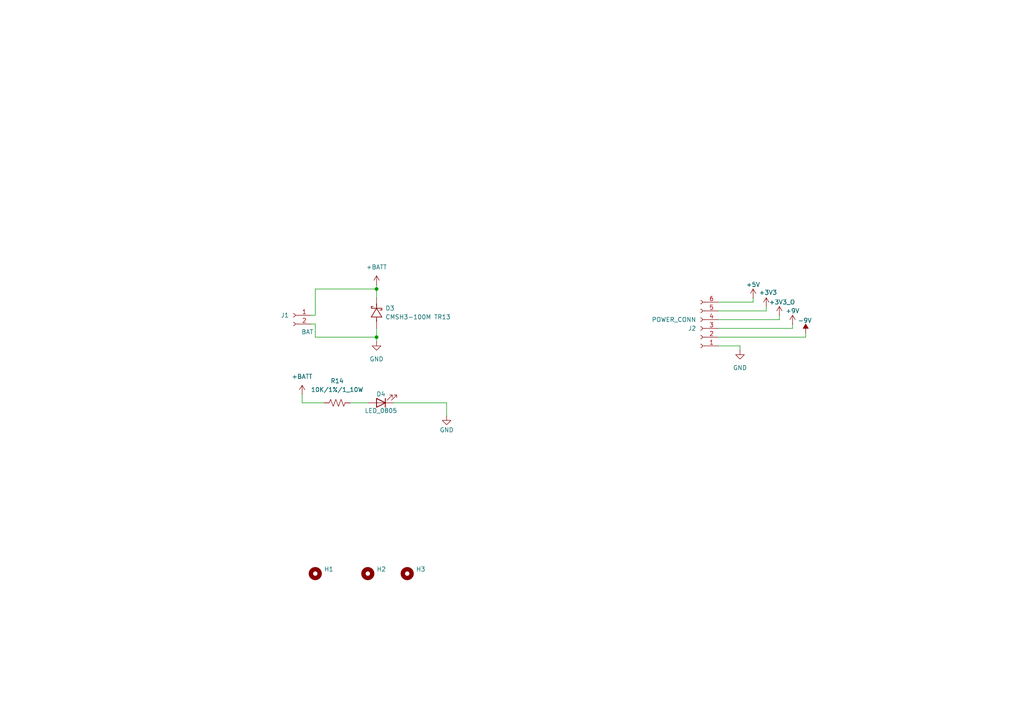
<source format=kicad_sch>
(kicad_sch (version 20231120) (generator "eeschema") (generator_version "8.0")
  (paper "A4")
  (title_block (title "CONNECTOR") (date "2024-10-04"))
  (lib_symbols
    (symbol "Connector:Conn_01x02_Socket" (pin_names (offset 1.016) hide)
      (property "Reference" "J" (at 0 2.54 0))
      (property "Value" "Conn_01x02_Socket" (at 0 -5.08 0))
      (symbol "Conn_01x02_Socket_1_1"
        (arc (start 0 -2.032) (mid -0.5058 -2.54) (end 0 -3.048) (stroke (width 0.1524)))
        (polyline (pts (xy -1.27 -2.54) (xy -0.508 -2.54)) (stroke (width 0.1524)))
        (polyline (pts (xy -1.27 0) (xy -0.508 0)) (stroke (width 0.1524)))
        (arc (start 0 0.508) (mid -0.5058 0) (end 0 -0.508) (stroke (width 0.1524)))
        (pin passive line (at -5.08 0 0) (length 3.81) (name "Pin_1") (number "1"))
        (pin passive line (at -5.08 -2.54 0) (length 3.81) (name "Pin_2") (number "2"))
      )
    )
    (symbol "Connector:Conn_01x06_Socket" (pin_names (offset 1.016) hide)
      (property "Reference" "J" (at 0 7.62 0))
      (property "Value" "Conn_01x06_Socket" (at 0 -10.16 0))
      (symbol "Conn_01x06_Socket_1_1"
        (arc (start 0 -7.112) (mid -0.5058 -7.62) (end 0 -8.128) (stroke (width 0.1524)))
        (arc (start 0 -4.572) (mid -0.5058 -5.08) (end 0 -5.588) (stroke (width 0.1524)))
        (arc (start 0 -2.032) (mid -0.5058 -2.54) (end 0 -3.048) (stroke (width 0.1524)))
        (polyline (pts (xy -1.27 -7.62) (xy -0.508 -7.62)) (stroke (width 0.1524)))
        (polyline (pts (xy -1.27 -5.08) (xy -0.508 -5.08)) (stroke (width 0.1524)))
        (polyline (pts (xy -1.27 -2.54) (xy -0.508 -2.54)) (stroke (width 0.1524)))
        (polyline (pts (xy -1.27 0) (xy -0.508 0)) (stroke (width 0.1524)))
        (polyline (pts (xy -1.27 2.54) (xy -0.508 2.54)) (stroke (width 0.1524)))
        (polyline (pts (xy -1.27 5.08) (xy -0.508 5.08)) (stroke (width 0.1524)))
        (arc (start 0 0.508) (mid -0.5058 0) (end 0 -0.508) (stroke (width 0.1524)))
        (arc (start 0 3.048) (mid -0.5058 2.54) (end 0 2.032) (stroke (width 0.1524)))
        (arc (start 0 5.588) (mid -0.5058 5.08) (end 0 4.572) (stroke (width 0.1524)))
        (pin passive line (at -5.08 5.08 0) (length 3.81) (name "Pin_1") (number "1"))
        (pin passive line (at -5.08 2.54 0) (length 3.81) (name "Pin_2") (number "2"))
        (pin passive line (at -5.08 0 0) (length 3.81) (name "Pin_3") (number "3"))
        (pin passive line (at -5.08 -2.54 0) (length 3.81) (name "Pin_4") (number "4"))
        (pin passive line (at -5.08 -5.08 0) (length 3.81) (name "Pin_5") (number "5"))
        (pin passive line (at -5.08 -7.62 0) (length 3.81) (name "Pin_6") (number "6"))
      )
    )
    (symbol "Mechanical:MountingHole" (pin_names (offset 1.016)) (exclude_from_sim yes) (in_bom no)
      (property "Reference" "H" (at 0 5.08 0))
      (property "Value" "MountingHole" (at 0 3.175 0))
      (symbol "MountingHole_0_1"
        (circle (center 0 0) (radius 1.27) (stroke (width 1.27)))
      )
    )
    (symbol "charge_battery_sym_lib:CMSH3-100M TR13" (pin_numbers hide) (pin_names hide)
      (property "Reference" "D" (at -1.016 2.286 0))
      (property "Value" "CMSH3-100M TR13" (at 2.54 -2.794 0))
      (symbol "CMSH3-100M TR13_0_1"
        (polyline (pts (xy -0.508 0) (xy 0.635 0)) (stroke (width 0.2032)))
        (polyline (pts (xy 0.762 -1.524) (xy 3.302 0)) (stroke (width 0.2032)))
        (polyline (pts (xy 0.762 1.524) (xy 0.762 -1.524)) (stroke (width 0.2032)))
        (polyline (pts (xy 2.794 -1.016) (xy 2.794 -1.524)) (stroke (width 0.2032)))
        (polyline (pts (xy 3.302 -1.524) (xy 2.794 -1.524)) (stroke (width 0.2032)))
        (polyline (pts (xy 3.302 -1.524) (xy 3.302 1.524)) (stroke (width 0.2032)))
        (polyline (pts (xy 3.302 0) (xy 0.762 1.524)) (stroke (width 0.2032)))
        (polyline (pts (xy 3.302 0) (xy 4.572 0)) (stroke (width 0.2032)))
        (polyline (pts (xy 3.302 1.524) (xy 3.81 1.524)) (stroke (width 0.2032)))
        (polyline (pts (xy 3.81 1.016) (xy 3.81 1.524)) (stroke (width 0.2032)))
      )
      (symbol "CMSH3-100M TR13_1_1"
        (pin unspecified line (at -2.54 0 0) (length 2.54) (name "A") (number "1"))
        (pin unspecified line (at 6.35 0 180) (length 2.54) (name "K") (number "2"))
      )
    )
    (symbol "charge_battery_sym_lib:LED_0805" (pin_numbers hide) (pin_names (offset 1.016) hide)
      (property "Reference" "D" (at 0 2.54 0))
      (property "Value" "LED_0805" (at 0 -4.064 0))
      (symbol "LED_0805_0_1"
        (polyline (pts (xy -1.27 -1.27) (xy -1.27 1.27)) (stroke (width 0.254)))
        (polyline (pts (xy -1.27 0) (xy 1.27 0)))
        (polyline (pts (xy 1.27 -1.27) (xy 1.27 1.27) (xy -1.27 0) (xy 1.27 -1.27)) (stroke (width 0.254)))
        (polyline (pts (xy -3.048 -0.762) (xy -4.572 -2.286) (xy -3.81 -2.286) (xy -4.572 -2.286) (xy -4.572 -1.524)))
        (polyline (pts (xy -1.778 -0.762) (xy -3.302 -2.286) (xy -2.54 -2.286) (xy -3.302 -2.286) (xy -3.302 -1.524)))
      )
      (symbol "LED_0805_1_1"
        (pin passive line (at -3.81 0 0) (length 2.54) (name "K") (number "1"))
        (pin passive line (at 3.81 0 180) (length 2.54) (name "A") (number "2"))
      )
    )
    (symbol "charge_battery_sym_lib:Res_10K_0603_1%" (pin_numbers hide) (pin_names hide)
      (property "Reference" "R" (at 2.794 3.81 0))
      (property "Value" "10K/1%/1_10W" (at 4.064 -2.54 0))
      (symbol "Res_10K_0603_1%_0_1"
        (polyline (pts (xy 1.524 0) (xy 1.27 0)))
        (polyline (pts (xy 6.096 0) (xy 6.35 0)))
        (polyline (pts (xy 1.524 0) (xy 1.905 1.016) (xy 2.286 0) (xy 2.667 -1.016) (xy 3.048 0)))
        (polyline (pts (xy 3.048 0) (xy 3.429 1.016) (xy 3.81 0) (xy 4.191 -1.016) (xy 4.572 0)))
        (polyline (pts (xy 4.572 0) (xy 4.953 1.016) (xy 5.334 0) (xy 5.715 -1.016) (xy 6.096 0)))
      )
      (symbol "Res_10K_0603_1%_1_1"
        (pin passive line (at 0 0 0) (length 1.27) (name "~") (number "1"))
        (pin passive line (at 7.62 0 180) (length 1.27) (name "~") (number "2"))
      )
    )
    (symbol "power:+3V3" (power) (pin_numbers hide) (pin_names (offset 0) hide)
      (property "Value" "+3V3" (at 0 3.556 0))
      (symbol "+3V3_0_1"
        (polyline (pts (xy -0.762 1.27) (xy 0 2.54)))
        (polyline (pts (xy 0 0) (xy 0 2.54)))
        (polyline (pts (xy 0 2.54) (xy 0.762 1.27)))
      )
      (symbol "+3V3_1_1"
        (pin power_in line (at 0 0 90) (length 0) (name "~") (number "1"))
      )
    )
    (symbol "power:+5V" (power) (pin_numbers hide) (pin_names (offset 0) hide)
      (property "Value" "+5V" (at 0 3.556 0))
      (symbol "+5V_0_1"
        (polyline (pts (xy -0.762 1.27) (xy 0 2.54)))
        (polyline (pts (xy 0 0) (xy 0 2.54)))
        (polyline (pts (xy 0 2.54) (xy 0.762 1.27)))
      )
      (symbol "+5V_1_1"
        (pin power_in line (at 0 0 90) (length 0) (name "~") (number "1"))
      )
    )
    (symbol "power:+9V" (power) (pin_numbers hide) (pin_names (offset 0) hide)
      (property "Value" "+9V" (at 0 3.556 0))
      (symbol "+9V_0_1"
        (polyline (pts (xy -0.762 1.27) (xy 0 2.54)))
        (polyline (pts (xy 0 0) (xy 0 2.54)))
        (polyline (pts (xy 0 2.54) (xy 0.762 1.27)))
      )
      (symbol "+9V_1_1"
        (pin power_in line (at 0 0 90) (length 0) (name "~") (number "1"))
      )
    )
    (symbol "power:+BATT" (power) (pin_numbers hide) (pin_names (offset 0) hide)
      (property "Value" "+BATT" (at 0 3.556 0))
      (symbol "+BATT_0_1"
        (polyline (pts (xy -0.762 1.27) (xy 0 2.54)))
        (polyline (pts (xy 0 0) (xy 0 2.54)))
        (polyline (pts (xy 0 2.54) (xy 0.762 1.27)))
      )
      (symbol "+BATT_1_1"
        (pin power_in line (at 0 0 90) (length 0) (name "~") (number "1"))
      )
    )
    (symbol "power:-9V" (power) (pin_numbers hide) (pin_names (offset 0) hide)
      (property "Value" "-9V" (at 0 3.556 0))
      (symbol "-9V_0_1"
        (polyline (pts (xy 0 0) (xy 0 2.54)))
        (polyline (pts (xy 0.762 1.27) (xy -0.762 1.27) (xy 0 2.54) (xy 0.762 1.27)) (fill (type outline)))
      )
      (symbol "-9V_1_1"
        (pin power_in line (at 0 0 90) (length 0) (name "~") (number "1"))
      )
    )
    (symbol "power:GND" (power) (pin_numbers hide) (pin_names (offset 0) hide)
      (property "Value" "GND" (at 0 -3.81 0))
      (symbol "GND_0_1"
        (polyline (pts (xy 0 0) (xy 0 -1.27) (xy 1.27 -1.27) (xy 0 -2.54) (xy -1.27 -1.27) (xy 0 -1.27)))
      )
      (symbol "GND_1_1"
        (pin power_in line (at 0 0 270) (length 0) (name "~") (number "1"))
      )
    )
  )
  (junction (at 109.22 97.79))
  (junction (at 109.22 83.82))
  (wire (pts (xy 109.22 95.25) (xy 109.22 97.79)))
  (wire (pts (xy 109.22 83.82) (xy 109.22 86.36)))
  (wire (pts (xy 101.6 116.84) (xy 106.68 116.84)))
  (wire (pts (xy 214.63 100.33) (xy 208.28 100.33)))
  (wire (pts (xy 218.44 87.63) (xy 218.44 86.36)))
  (wire (pts (xy 214.63 100.33) (xy 214.63 101.6)))
  (wire (pts (xy 229.87 95.25) (xy 229.87 93.98)))
  (wire (pts (xy 91.44 91.44) (xy 91.44 83.82)))
  (wire (pts (xy 208.28 87.63) (xy 218.44 87.63)))
  (wire (pts (xy 226.06 92.71) (xy 226.06 91.44)))
  (wire (pts (xy 222.25 90.17) (xy 222.25 88.9)))
  (wire (pts (xy 208.28 92.71) (xy 226.06 92.71)))
  (wire (pts (xy 109.22 82.55) (xy 109.22 83.82)))
  (wire (pts (xy 129.54 116.84) (xy 129.54 120.65)))
  (wire (pts (xy 91.44 97.79) (xy 109.22 97.79)))
  (wire (pts (xy 91.44 83.82) (xy 109.22 83.82)))
  (wire (pts (xy 91.44 97.79) (xy 91.44 93.98)))
  (wire (pts (xy 87.63 116.84) (xy 93.98 116.84)))
  (wire (pts (xy 208.28 90.17) (xy 222.25 90.17)))
  (wire (pts (xy 91.44 93.98) (xy 90.17 93.98)))
  (wire (pts (xy 208.28 95.25) (xy 229.87 95.25)))
  (wire (pts (xy 208.28 97.79) (xy 233.68 97.79)))
  (wire (pts (xy 87.63 114.3) (xy 87.63 116.84)))
  (wire (pts (xy 233.68 97.79) (xy 233.68 96.52)))
  (wire (pts (xy 114.3 116.84) (xy 129.54 116.84)))
  (wire (pts (xy 90.17 91.44) (xy 91.44 91.44)))
  (wire (pts (xy 109.22 97.79) (xy 109.22 99.06)))
  (symbol (lib_id "power:+3V3") (at 226.06 91.44 0) (unit 1)
    (property "Reference" "#PWR045" (effects (hide yes)))
    (property "Value" "+3V3_O" (at 226.822 87.63 0))
    (property "Description" "Power symbol creates a global label with name \"+3V3\"" (effects (hide yes)))
  )
  (symbol (lib_id "power:+3V3") (at 222.25 88.9 0) (unit 1)
    (property "Reference" "#PWR044" (effects (hide yes)))
    (property "Value" "+3V3" (at 222.758 84.836 0))
    (property "Description" "Power symbol creates a global label with name \"+3V3\"" (effects (hide yes)))
  )
  (symbol (lib_id "power:GND") (at 129.54 120.65 0) (mirror y) (unit 1)
    (property "Reference" "#PWR041" (effects (hide yes)))
    (property "Value" "GND" (at 127.508 124.714 0) (effects (justify right)))
    (property "Description" "Power symbol creates a global label with name \"GND\" , ground" (effects (hide yes)))
  )
  (symbol (lib_id "power:-9V") (at 233.68 96.52 0) (unit 1)
    (property "Reference" "#PWR047" (effects (hide yes)))
    (property "Value" "-9V" (at 233.426 92.964 0))
    (property "Description" "Power symbol creates a global label with name \"-9V\"" (effects (hide yes)))
  )
  (symbol (lib_id "charge_battery_sym_lib:LED_0805") (at 110.49 116.84 180) (unit 1)
    (property "Reference" "D4" (at 110.49 114.3 0))
    (property "Value" "LED_0805" (at 110.49 119.126 0))
    (property "Footprint" "charge_battery_footprint_lib:LED_0805" (effects (hide yes)))
    (property "Description" "Light emitting diode" (effects (hide yes)))
    (property "Supply name" "Thegioiic" (effects (hide yes)))
    (property "Supply part number" "LED Xanh Lá 0805 Dán SMD Trong Suốt" (effects (hide yes)))
    (property "Supply URL" "https://www.thegioiic.com/led-xanh-la-0805-dan-smd-trong-suot" (effects (hide yes)))
  )
  (symbol (lib_id "power:+9V") (at 229.87 93.98 0) (unit 1)
    (property "Reference" "#PWR046" (effects (hide yes)))
    (property "Value" "+9V" (at 229.87 90.17 0))
    (property "Description" "Power symbol creates a global label with name \"+9V\"" (effects (hide yes)))
  )
  (symbol (lib_id "power:+BATT") (at 87.63 114.3 0) (unit 1)
    (property "Reference" "#PWR038" (effects (hide yes)))
    (property "Value" "+BATT" (at 87.63 109.22 0))
    (property "Description" "Power symbol creates a global label with name \"+BATT\"" (effects (hide yes)))
  )
  (symbol (lib_id "Mechanical:MountingHole") (at 91.44 166.37 0) (unit 1) (exclude_from_sim yes) (in_bom no)
    (property "Reference" "H1" (at 93.98 165.0999 0) (effects (justify left)))
    (property "Value" "MountingHole" (effects (hide yes)))
    (property "Footprint" "MountingHole:MountingHole_3.2mm_M3_Pad_Via" (effects (hide yes)))
    (property "Description" "Mounting Hole without connection" (effects (hide yes)))
  )
  (symbol (lib_id "charge_battery_sym_lib:Res_10K_0603_1%") (at 93.98 116.84 0) (unit 1)
    (property "Reference" "R14" (at 97.79 110.49 0))
    (property "Value" "10K/1%/1_10W" (at 97.79 113.03 0))
    (property "Footprint" "charge_battery_footprint_lib:Res_0603" (effects (hide yes)))
    (property "Datasheet" "https://fscdn.rohm.com/en/products/databook/datasheet/passive/resistor/chip_resistor/esr-e.pdf" (effects (hide yes)))
    (property "Description" "Res 10 KOhm 0603 1%" (effects (hide yes)))
    (property "Supply name" "Thegioiic" (effects (hide yes)))
    (property "Supply part number" "Điện Trở 10 KOhm 0603 1%" (effects (hide yes)))
    (property "Supply URL" "https://www.thegioiic.com/dien-tro-10-kohm-0603-1-" (effects (hide yes)))
  )
  (symbol (lib_id "power:+BATT") (at 109.22 82.55 0) (unit 1)
    (property "Reference" "#PWR039" (effects (hide yes)))
    (property "Value" "+BATT" (at 109.22 77.47 0))
    (property "Description" "Power symbol creates a global label with name \"+BATT\"" (effects (hide yes)))
  )
  (symbol (lib_id "power:+5V") (at 218.44 86.36 0) (mirror y) (unit 1)
    (property "Reference" "#PWR043" (effects (hide yes)))
    (property "Value" "+5V" (at 218.44 82.55 0))
    (property "Description" "Power symbol creates a global label with name \"+5V\"" (effects (hide yes)))
  )
  (symbol (lib_id "Connector:Conn_01x02_Socket") (at 85.09 91.44 0) (mirror y) (unit 1)
    (property "Reference" "J1" (at 83.82 91.4399 0) (effects (justify left)))
    (property "Value" "BAT" (at 90.932 96.266 0) (effects (justify left)))
    (property "Footprint" "Connector_Phoenix_MC:PhoenixContact_MC_1,5_2-G-3.81_1x02_P3.81mm_Horizontal" (effects (hide yes)))
    (property "Description" "Generic connector, single row, 01x02, script generated" (effects (hide yes)))
    (property "Supply URL" "https://www.thegioiic.com/ul-3-81-2-r-terminal-block-plug-in-han-pcb-2-chan-cong-3-81mm-300v-10a-ulo" (effects (hide yes)))
    (property "Supply name" "Thegioiic" (effects (hide yes)))
  )
  (symbol (lib_id "power:GND") (at 214.63 101.6 0) (unit 1)
    (property "Reference" "#PWR042" (effects (hide yes)))
    (property "Value" "GND" (at 214.63 106.68 0))
    (property "Description" "Power symbol creates a global label with name \"GND\" , ground" (effects (hide yes)))
  )
  (symbol (lib_id "Mechanical:MountingHole") (at 118.11 166.37 0) (unit 1) (exclude_from_sim yes) (in_bom no)
    (property "Reference" "H3" (at 120.65 165.0999 0) (effects (justify left)))
    (property "Value" "MountingHole" (effects (hide yes)))
    (property "Footprint" "MountingHole:MountingHole_3.2mm_M3_Pad_Via" (effects (hide yes)))
    (property "Description" "Mounting Hole without connection" (effects (hide yes)))
  )
  (symbol (lib_id "power:GND") (at 109.22 99.06 0) (unit 1)
    (property "Reference" "#PWR040" (effects (hide yes)))
    (property "Value" "GND" (at 109.22 104.14 0))
    (property "Description" "Power symbol creates a global label with name \"GND\" , ground" (effects (hide yes)))
  )
  (symbol (lib_id "charge_battery_sym_lib:CMSH3-100M TR13") (at 109.22 92.71 90) (unit 1)
    (property "Reference" "D3" (at 111.76 89.4079 90) (effects (justify right)))
    (property "Value" "CMSH3-100M TR13" (at 111.76 91.9479 90) (effects (justify right)))
    (property "Footprint" "charge_battery_footprint_lib:D_SMB" (effects (hide yes)))
    (property "Datasheet" "https://my.centralsemi.com/datasheets/CMSH3-20M_40M_60M_100M.PDF" (effects (hide yes)))
    (property "Description" "Schottky Diodes & Rectifiers 3Amp 100Vrrm 100Vr 71Vrrms 80A IFSM" (effects (hide yes)))
    (property "Supply name" "Mouser" (effects (hide yes)))
    (property "Supply part number" "610-CMSH3-100MTR13" (effects (hide yes)))
    (property "Supply URL" "https://www.mouser.vn/ProductDetail/Central-Semiconductor/CMSH3-100M-TR13-PBFREE?qs=u16ybLDytRbT2v7Hl0JPnQ%3D%3D" (effects (hide yes)))
  )
  (symbol (lib_id "Connector:Conn_01x06_Socket") (at 203.2 95.25 180) (unit 1)
    (property "Reference" "J2" (at 201.93 95.2501 0) (effects (justify left)))
    (property "Value" "POWER_CONN" (at 201.93 92.7101 0) (effects (justify left)))
    (property "Footprint" "Connector_Phoenix_MC:PhoenixContact_MC_1,5_6-G-3.81_1x06_P3.81mm_Horizontal" (effects (hide yes)))
    (property "Description" "Generic connector, single row, 01x06, script generated" (effects (hide yes)))
    (property "Supply URL" "https://www.thegioiic.com/ul-3-81-6-r-terminal-block-plug-in-han-pcb-6-chan-cong-3-81mm-300v-10a-ulo" (effects (hide yes)))
    (property "Supply name" "Thegioiic" (effects (hide yes)))
  )
  (symbol (lib_id "Mechanical:MountingHole") (at 106.68 166.37 0) (unit 1) (exclude_from_sim yes) (in_bom no)
    (property "Reference" "H2" (at 109.22 165.0999 0) (effects (justify left)))
    (property "Value" "MountingHole" (effects (hide yes)))
    (property "Footprint" "MountingHole:MountingHole_3.2mm_M3_Pad_Via" (effects (hide yes)))
    (property "Description" "Mounting Hole without connection" (effects (hide yes)))
  )
)
</source>
